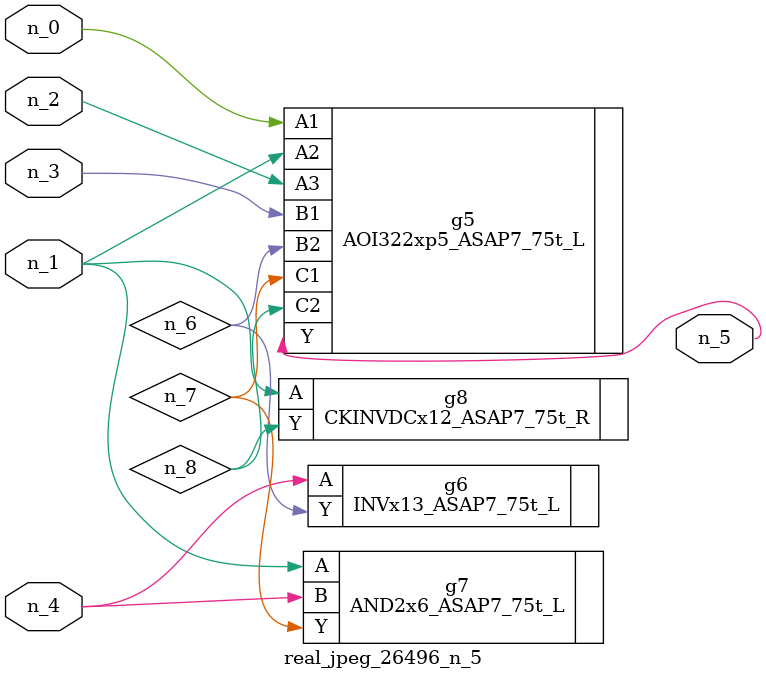
<source format=v>
module real_jpeg_26496_n_5 (n_4, n_0, n_1, n_2, n_3, n_5);

input n_4;
input n_0;
input n_1;
input n_2;
input n_3;

output n_5;

wire n_8;
wire n_6;
wire n_7;

AOI322xp5_ASAP7_75t_L g5 ( 
.A1(n_0),
.A2(n_1),
.A3(n_2),
.B1(n_3),
.B2(n_6),
.C1(n_7),
.C2(n_8),
.Y(n_5)
);

AND2x6_ASAP7_75t_L g7 ( 
.A(n_1),
.B(n_4),
.Y(n_7)
);

CKINVDCx12_ASAP7_75t_R g8 ( 
.A(n_1),
.Y(n_8)
);

INVx13_ASAP7_75t_L g6 ( 
.A(n_4),
.Y(n_6)
);


endmodule
</source>
